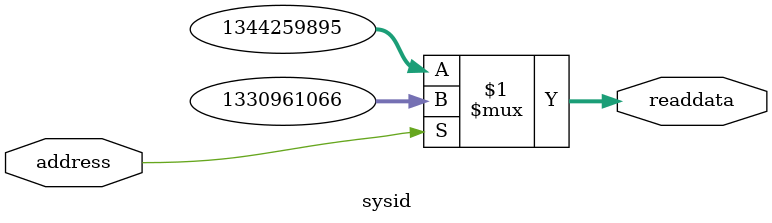
<source format=v>

`timescale 1ns / 1ps
// synthesis translate_on

// turn off superfluous verilog processor warnings 
// altera message_level Level1 
// altera message_off 10034 10035 10036 10037 10230 10240 10030 

module sysid (
               // inputs:
                address,

               // outputs:
                readdata
             )
;

  output  [ 31: 0] readdata;
  input            address;

  wire    [ 31: 0] readdata;
  //control_slave, which is an e_avalon_slave
  assign readdata = address ? 1330961066 : 1344259895;

endmodule


</source>
